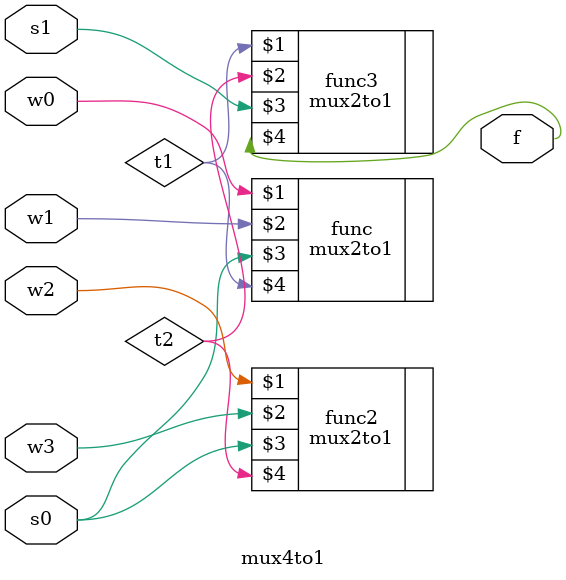
<source format=v>
`include "mux2to1.v"
module mux4to1(w0,w1,w2,w3,s0,s1,f);
	input w0,w1,w2,w3,s0,s1;
	output f;
	wire t1,t2;
	mux2to1 func(w0,w1,s0,t1);
	mux2to1 func2(w2,w3,s0,t2);
	mux2to1 func3(t1,t2,s1,f);
endmodule

</source>
